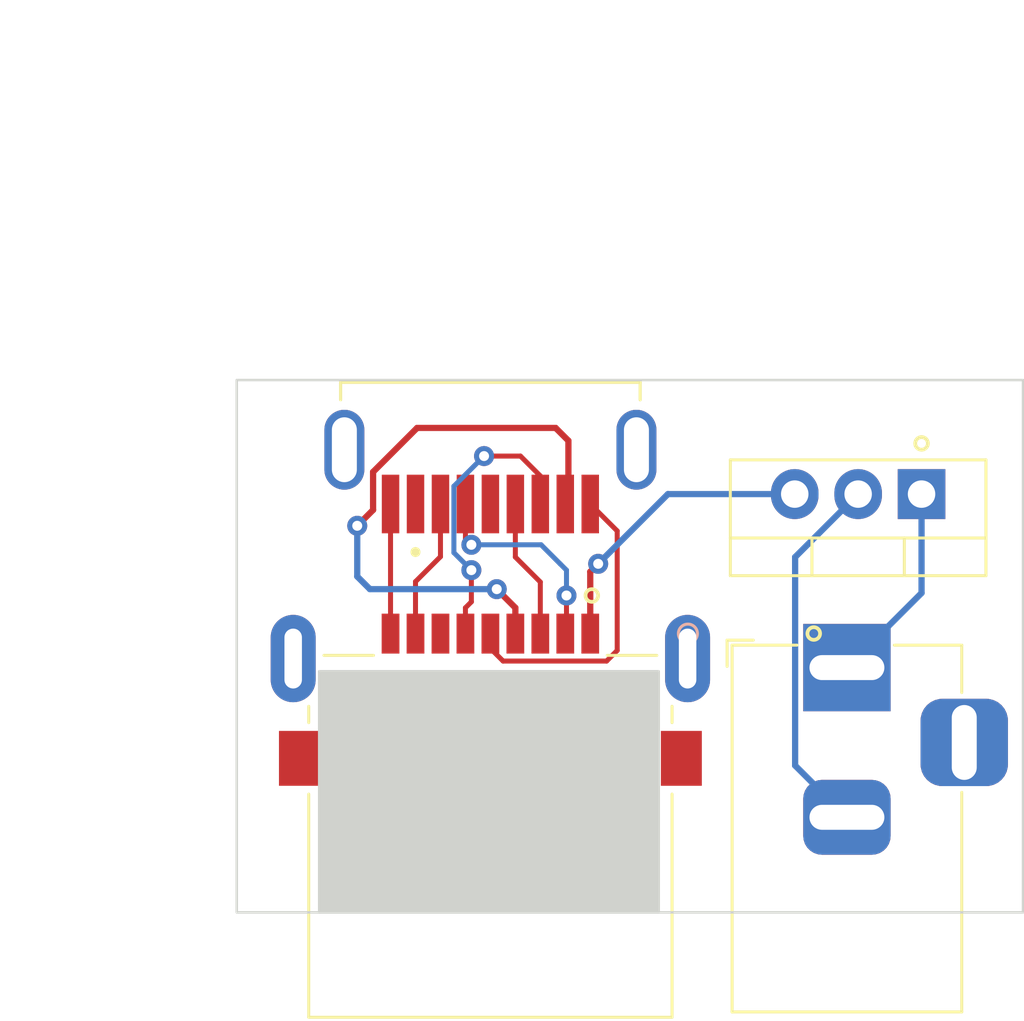
<source format=kicad_pcb>
(kicad_pcb (version 20211014) (generator pcbnew)
  (layers (0 "F.Cu" signal) (31 "B.Cu" signal) (34 "B.Paste" user) (35 "F.Paste" user) (36 "B.SilkS" user "B.Silkscreen") (37 "F.SilkS" user "F.Silkscreen") (38 "B.Mask" user) (39 "F.Mask" user) (44 "Edge.Cuts" user))
  (net 0 "")
  (net 2 "D+")
  (net 3 "SSRX+")
  (net 4 "GND")
  (net 5 "SSRX-")
  (net 6 "D-")
  (net 7 "SSTX-")
  (net 9 "SSTX+")
  (net 12 "Net-(J2-Pad1)")
  (net 13 "Net-(J2-Pad2)")
  (net 14 "Net-(J3-Pad1)")
  (footprint "CONNUSB09_AU-Y1006-3_14P3X14P25_ASM:AU-Y1006-3" (layer "F.Cu") (at 84.328 86.614)
    (fp_text reference "J3" hide)
    (fp_text value "USB3_A_SATA_DRIVE" hide)
    (fp_circle (center 7.9121 -8.1247) (end 8.2931 -8.1247) (layer "B.SilkS") (width 0.12) (fill none))
    (fp_line (start -7.2771 -5.210912) (end -7.2771 -4.55744) (layer "F.SilkS") (width 0.12))
    (fp_line (start -7.2771 7.251701) (end 7.2771 7.251701) (layer "F.SilkS") (width 0.12))
    (fp_line (start 7.2771 -4.55744) (end 7.2771 -5.210912) (layer "F.SilkS") (width 0.12))
    (fp_line (start -4.680256 -7.2517) (end -6.667259 -7.2517) (layer "F.SilkS") (width 0.12))
    (fp_line (start 7.2771 7.251701) (end 7.2771 -1.69196) (layer "F.SilkS") (width 0.12))
    (fp_line (start -7.2771 -1.69196) (end -7.2771 7.251701) (layer "F.SilkS") (width 0.12))
    (fp_line (start 6.667259 -7.2517) (end 4.680256 -7.2517) (layer "F.SilkS") (width 0.12))
    (pad "" np_thru_hole circle (at -7.899999 -6.2747) (size 0.6 0.6) (drill 0.6) (layers *.Cu *.Mask))
    (pad "" np_thru_hole circle (at -7.899999 -7.9747) (size 0.6 0.6) (drill 0.6) (layers *.Cu *.Mask))
    (pad "1" smd rect (at 4 -8.1247) (size 0.7112 1.6002) (layers "F.Cu" "F.Paste" "F.Mask") (net 14 "Net-(J3-Pad1)"))
    (pad "2" smd rect (at 2.999999 -8.1247) (size 0.7112 1.6002) (layers "F.Cu" "F.Paste" "F.Mask") (net 6 "D-"))
    (pad "3" smd rect (at 2.000001 -8.1247) (size 0.7112 1.6002) (layers "F.Cu" "F.Paste" "F.Mask") (net 2 "D+"))
    (pad "4" smd rect (at 1.000001 -8.1247) (size 0.7112 1.6002) (layers "F.Cu" "F.Paste" "F.Mask") (net 4 "GND"))
    (pad "5" smd rect (at 0 -8.1247) (size 0.7112 1.6002) (layers "F.Cu" "F.Paste" "F.Mask") (net 5 "SSRX-"))
    (pad "6" smd rect (at -1.000001 -8.1247) (size 0.7112 1.6002) (layers "F.Cu" "F.Paste" "F.Mask") (net 3 "SSRX+"))
    (pad "7" smd rect (at -2.000001 -8.1247) (size 0.7112 1.6002) (layers "F.Cu" "F.Paste" "F.Mask"))
    (pad "8" smd rect (at -2.999999 -8.1247) (size 0.7112 1.6002) (layers "F.Cu" "F.Paste" "F.Mask") (net 7 "SSTX-"))
    (pad "9" smd rect (at -4 -8.1247) (size 0.7112 1.6002) (layers "F.Cu" "F.Paste" "F.Mask") (net 9 "SSTX+"))
    (pad "10" smd rect (at -7.65 -3.1247) (size 1.64 2.2) (layers "F.Cu" "F.Paste" "F.Mask"))
    (pad "11" smd rect (at 7.65 -3.1247) (size 1.64 2.2) (layers "F.Cu" "F.Paste" "F.Mask"))
    (pad "S_8" thru_hole oval (at 7.899999 -7.1247 90) (size 3.5 1.8) (drill oval 2.4 0.7) (layers *.Cu *.Mask))
    (pad "S_9" thru_hole oval (at -7.899999 -7.1247 90) (size 3.5 1.8) (drill oval 2.4 0.7) (layers *.Cu *.Mask))
  )
  (footprint "Package_TO_SOT_THT:TO-220-3_Vertical" (layer "F.Cu") (at 101.6 72.898 180)
    (fp_text reference "U1" hide)
    (fp_text value "LM7805_TO220" hide)
    (fp_line (start 7.66 -3.27) (end 7.66 1.371) (layer "F.SilkS") (width 0.12))
    (fp_line (start -2.58 -3.27) (end 7.66 -3.27) (layer "F.SilkS") (width 0.12))
    (fp_line (start 0.69 -3.27) (end 0.69 -1.76) (layer "F.SilkS") (width 0.12))
    (fp_line (start -2.58 -1.76) (end 7.66 -1.76) (layer "F.SilkS") (width 0.12))
    (fp_line (start -2.58 -3.27) (end -2.58 1.371) (layer "F.SilkS") (width 0.12))
    (fp_line (start 4.391 -3.27) (end 4.391 -1.76) (layer "F.SilkS") (width 0.12))
    (fp_line (start -2.58 1.371) (end 7.66 1.371) (layer "F.SilkS") (width 0.12))
    (pad "1" thru_hole rect (at 0 0 180) (size 1.905 2) (drill 1.1) (layers *.Cu *.Mask) (net 12 "Net-(J2-Pad1)"))
    (pad "2" thru_hole oval (at 2.54 0 180) (size 1.905 2) (drill 1.1) (layers *.Cu *.Mask) (net 13 "Net-(J2-Pad2)"))
    (pad "3" thru_hole oval (at 5.08 0 180) (size 1.905 2) (drill 1.1) (layers *.Cu *.Mask) (net 14 "Net-(J3-Pad1)"))
  )
  (footprint "A-USB3_A-LP-SMT1:ASSMANN_A-USB3_A-LP-SMT1" (layer "F.Cu") (at 84.328 71.12 180)
    (fp_text reference "J1" hide)
    (fp_text value "USB3_A_Male" hide)
    (fp_line (start 6 2.7) (end 6 2) (layer "F.SilkS") (width 0.127))
    (fp_line (start -6 2) (end -6 2.7) (layer "F.SilkS") (width 0.127))
    (fp_line (start -6 2.7) (end 6 2.7) (layer "F.SilkS") (width 0.127))
    (fp_circle (center 3 -4.1) (end 3.1 -4.1) (layer "F.SilkS") (width 0.2) (fill none))
    (pad "" np_thru_hole circle locked (at 2.25 0 180) (size 1 1) (drill 1) (layers *.Cu *.Mask))
    (pad "" np_thru_hole circle locked (at -2.25 0 180) (size 1 1) (drill 1) (layers *.Cu *.Mask))
    (pad "1" smd rect locked (at 3 -2.175 180) (size 0.7 2.35) (layers "F.Cu" "F.Paste" "F.Mask"))
    (pad "2" smd rect locked (at 1 -2.175 180) (size 0.7 2.35) (layers "F.Cu" "F.Paste" "F.Mask") (net 6 "D-"))
    (pad "3" smd rect locked (at -1 -2.175 180) (size 0.7 2.35) (layers "F.Cu" "F.Paste" "F.Mask") (net 2 "D+"))
    (pad "4" smd rect locked (at -3 -2.175 180) (size 0.7 2.35) (layers "F.Cu" "F.Paste" "F.Mask") (net 4 "GND"))
    (pad "5" smd rect locked (at -4 -2.175 180) (size 0.7 2.35) (layers "F.Cu" "F.Paste" "F.Mask") (net 5 "SSRX-"))
    (pad "6" smd rect locked (at -2 -2.175 180) (size 0.7 2.35) (layers "F.Cu" "F.Paste" "F.Mask") (net 3 "SSRX+"))
    (pad "7" smd rect locked (at 0 -2.175 180) (size 0.7 2.35) (layers "F.Cu" "F.Paste" "F.Mask"))
    (pad "8" smd rect locked (at 2 -2.175 180) (size 0.7 2.35) (layers "F.Cu" "F.Paste" "F.Mask") (net 7 "SSTX-"))
    (pad "9" smd rect locked (at 4 -2.175 180) (size 0.7 2.35) (layers "F.Cu" "F.Paste" "F.Mask") (net 9 "SSTX+"))
    (pad "S1" thru_hole oval locked (at -5.85 0 180) (size 1.6 3.2) (drill oval 1 2.6) (layers *.Cu *.Mask))
    (pad "S2" thru_hole oval locked (at 5.85 0 180) (size 1.6 3.2) (drill oval 1 2.6) (layers *.Cu *.Mask))
  )
  (footprint "Connector_BarrelJack:BarrelJack_Horizontal" (layer "F.Cu") (at 98.6105 79.852 90)
    (fp_text reference "J2" hide)
    (fp_text value "Barrel_Jack" hide)
    (fp_line (start -13.8 -4.6) (end 0.9 -4.6) (layer "F.SilkS") (width 0.12))
    (fp_line (start 1.1 -3.75) (end 1.1 -4.8) (layer "F.SilkS") (width 0.12))
    (fp_line (start -5 4.6) (end -13.8 4.6) (layer "F.SilkS") (width 0.12))
    (fp_line (start 0.05 -4.8) (end 1.1 -4.8) (layer "F.SilkS") (width 0.12))
    (fp_line (start 0.9 4.6) (end -1 4.6) (layer "F.SilkS") (width 0.12))
    (fp_line (start 0.9 -4.6) (end 0.9 -2) (layer "F.SilkS") (width 0.12))
    (fp_line (start -13.8 4.6) (end -13.8 -4.6) (layer "F.SilkS") (width 0.12))
    (fp_line (start 0.9 1.9) (end 0.9 4.6) (layer "F.SilkS") (width 0.12))
    (pad "1" thru_hole rect (at 0 0 90) (size 3.5 3.5) (drill oval 1 3) (layers *.Cu *.Mask) (net 12 "Net-(J2-Pad1)"))
    (pad "2" thru_hole roundrect (at -6 0 90) (size 3 3.5) (drill oval 1 3) (layers *.Cu *.Mask) (net 13 "Net-(J2-Pad2)"))
    (pad "3" thru_hole roundrect (at -3 4.7 90) (size 3.5 3.5) (drill oval 3 1) (layers *.Cu *.Mask))
  )
  (gr_circle (center 88.392 76.962) (end 88.392 76.708) (layer "F.SilkS") (width 0.15) (fill none))
  (gr_circle (center 101.6 70.866) (end 101.6 71.12) (layer "F.SilkS") (width 0.15) (fill none))
  (gr_circle (center 97.282 78.486) (end 97.282 78.232) (layer "F.SilkS") (width 0.15) (fill none))
  (gr_rect (start 77.47 80) (end 91.07 89.663) (layer "Edge.Cuts") (width 0.1) (fill solid))
  (gr_rect (start 105.664 89.662) (end 74.168 68.326) (layer "Edge.Cuts") (width 0.1) (fill none))
  (segment (start 85.328 75.422) (end 85.328 73.295) (width 0.2) (layer "F.Cu") (net 2))
  (segment (start 86.328001 78.4893) (end 86.328001 76.422001) (width 0.2) (layer "F.Cu") (net 2))
  (segment (start 86.328001 76.422001) (end 85.328 75.422) (width 0.2) (layer "F.Cu") (net 2))
  (segment (start 86.328 72.17) (end 85.532 71.374) (width 0.2) (layer "F.Cu") (net 3))
  (segment (start 83.327999 77.454001) (end 83.327999 78.4893) (width 0.2) (layer "F.Cu") (net 3))
  (segment (start 83.566 77.216) (end 83.327999 77.454001) (width 0.2) (layer "F.Cu") (net 3))
  (segment (start 83.566 75.946) (end 83.566 77.216) (width 0.2) (layer "F.Cu") (net 3))
  (segment (start 85.532 71.374) (end 84.074 71.374) (width 0.2) (layer "F.Cu") (net 3))
  (segment (start 86.328 73.295) (end 86.328 72.17) (width 0.2) (layer "F.Cu") (net 3))
  (via (at 83.566 75.946) (size 0.8) (drill 0.4) (layers "F.Cu" "B.Cu") (net 3))
  (via (at 84.074 71.374) (size 0.8) (drill 0.4) (layers "F.Cu" "B.Cu") (net 3))
  (segment (start 83.312 75.692) (end 83.566 75.946) (width 0.2) (layer "B.Cu") (net 3))
  (segment (start 82.866 75.246) (end 83.312 75.692) (width 0.2) (layer "B.Cu") (net 3))
  (segment (start 82.866 72.582) (end 82.866 75.246) (width 0.2) (layer "B.Cu") (net 3))
  (segment (start 84.074 71.374) (end 82.866 72.582) (width 0.2) (layer "B.Cu") (net 3))
  (segment (start 81.393001 70.244999) (end 79.6285 72.0095) (width 0.25) (layer "F.Cu") (net 4))
  (segment (start 87.328 73.295) (end 87.453001 73.169999) (width 0.25) (layer "F.Cu") (net 4))
  (segment (start 86.940438 70.244999) (end 81.393001 70.244999) (width 0.25) (layer "F.Cu") (net 4))
  (segment (start 87.453001 70.757562) (end 86.940438 70.244999) (width 0.25) (layer "F.Cu") (net 4))
  (segment (start 79.6285 73.5335) (end 78.994 74.168) (width 0.25) (layer "F.Cu") (net 4))
  (segment (start 84.582 76.708) (end 85.328001 77.454001) (width 0.25) (layer "F.Cu") (net 4))
  (segment (start 87.453001 73.169999) (end 87.453001 70.757562) (width 0.25) (layer "F.Cu") (net 4))
  (segment (start 85.328001 77.454001) (end 85.328001 78.4893) (width 0.25) (layer "F.Cu") (net 4))
  (segment (start 79.6285 72.0095) (end 79.6285 73.5335) (width 0.25) (layer "F.Cu") (net 4))
  (via (at 84.582 76.708) (size 0.8) (drill 0.4) (layers "F.Cu" "B.Cu") (net 4))
  (via (at 78.994 74.168) (size 0.8) (drill 0.4) (layers "F.Cu" "B.Cu") (net 4))
  (segment (start 78.994 76.2) (end 79.502 76.708) (width 0.25) (layer "B.Cu") (net 4))
  (segment (start 79.502 76.708) (end 84.582 76.708) (width 0.25) (layer "B.Cu") (net 4))
  (segment (start 78.994 74.168) (end 78.994 76.2) (width 0.25) (layer "B.Cu") (net 4))
  (segment (start 89.408 74.375) (end 89.408 79.165) (width 0.2) (layer "F.Cu") (net 5))
  (segment (start 88.328 73.295) (end 89.408 74.375) (width 0.2) (layer "F.Cu") (net 5))
  (segment (start 88.9836 79.5894) (end 84.836 79.5894) (width 0.2) (layer "F.Cu") (net 5))
  (segment (start 89.408 79.165) (end 88.9836 79.5894) (width 0.2) (layer "F.Cu") (net 5))
  (segment (start 84.328 79.0814) (end 84.328 78.4893) (width 0.2) (layer "F.Cu") (net 5))
  (segment (start 84.836 79.5894) (end 84.328 79.0814) (width 0.2) (layer "F.Cu") (net 5))
  (segment (start 87.376 76.962) (end 87.376 78.441299) (width 0.2) (layer "F.Cu") (net 6))
  (segment (start 83.328 73.295) (end 83.328 74.692) (width 0.2) (layer "F.Cu") (net 6))
  (segment (start 87.376 78.441299) (end 87.327999 78.4893) (width 0.2) (layer "F.Cu") (net 6))
  (segment (start 83.328 74.692) (end 83.566 74.93) (width 0.2) (layer "F.Cu") (net 6))
  (via (at 87.376 76.962) (size 0.8) (drill 0.4) (layers "F.Cu" "B.Cu") (net 6))
  (via (at 83.566 74.93) (size 0.8) (drill 0.4) (layers "F.Cu" "B.Cu") (net 6))
  (segment (start 87.376 75.946) (end 87.376 76.962) (width 0.2) (layer "B.Cu") (net 6))
  (segment (start 87.122 75.692) (end 87.376 75.946) (width 0.2) (layer "B.Cu") (net 6))
  (segment (start 86.36 74.93) (end 87.122 75.692) (width 0.2) (layer "B.Cu") (net 6))
  (segment (start 83.566 74.93) (end 86.36 74.93) (width 0.2) (layer "B.Cu") (net 6))
  (segment (start 82.328 75.406) (end 82.328 73.295) (width 0.2) (layer "F.Cu") (net 7))
  (segment (start 81.328001 78.4893) (end 81.328001 76.405999) (width 0.2) (layer "F.Cu") (net 7))
  (segment (start 81.328001 76.405999) (end 82.328 75.406) (width 0.2) (layer "F.Cu") (net 7))
  (segment (start 80.328 73.295) (end 80.328 78.4893) (width 0.2) (layer "F.Cu") (net 9))
  (segment (start 101.6 76.8625) (end 98.6105 79.852) (width 0.25) (layer "B.Cu") (net 12))
  (segment (start 101.6 72.898) (end 101.6 76.8625) (width 0.25) (layer "B.Cu") (net 12))
  (segment (start 96.5355 83.777) (end 98.6105 85.852) (width 0.25) (layer "B.Cu") (net 13))
  (segment (start 96.5355 75.4225) (end 96.5355 83.777) (width 0.25) (layer "B.Cu") (net 13))
  (segment (start 99.06 72.898) (end 96.5355 75.4225) (width 0.25) (layer "B.Cu") (net 13))
  (segment (start 97.282 85.852) (end 99.6265 85.852) (width 0.25) (layer "B.Cu") (net 13))
  (segment (start 88.328 76.01) (end 88.646 75.692) (width 0.25) (layer "F.Cu") (net 14))
  (segment (start 88.328 78.4893) (end 88.328 76.01) (width 0.25) (layer "F.Cu") (net 14))
  (via (at 88.646 75.692) (size 0.8) (drill 0.4) (layers "F.Cu" "B.Cu") (net 14))
  (segment (start 91.44 72.898) (end 96.52 72.898) (width 0.25) (layer "B.Cu") (net 14))
  (segment (start 88.646 75.692) (end 91.44 72.898) (width 0.25) (layer "B.Cu") (net 14))
)
</source>
